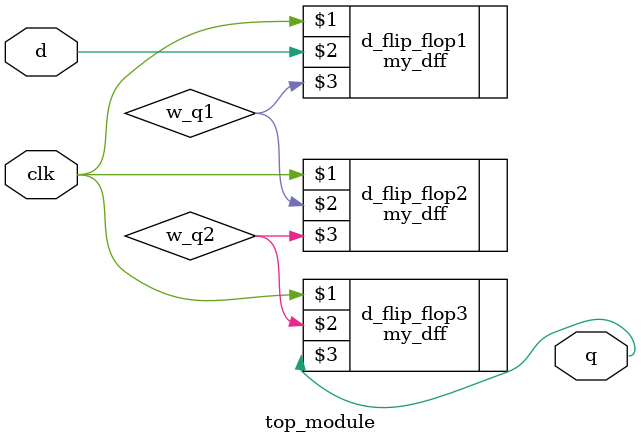
<source format=v>
module top_module ( input clk, input d, output q );

    wire w_q1;
    wire w_q2;
    my_dff d_flip_flop1(clk, d, w_q1);
    my_dff d_flip_flop2(clk, w_q1, w_q2);
    my_dff d_flip_flop3(clk, w_q2, q);
    
endmodule
</source>
